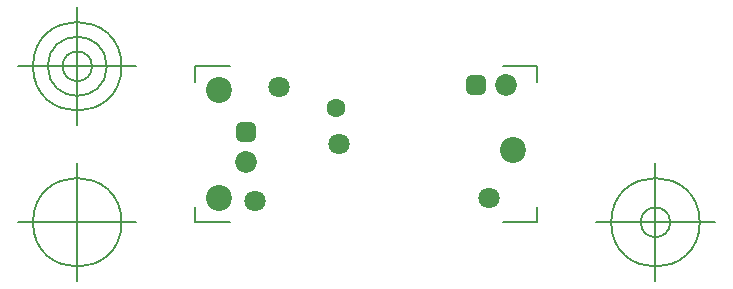
<source format=gbr>
G04 Generated by Ultiboard 14.0 *
%FSLAX34Y34*%
%MOMM*%

%ADD10C,0.0001*%
%ADD11C,0.1270*%
%ADD12C,1.6000*%
%ADD13C,1.8500*%
%ADD14R,0.7051X0.7051*%
%ADD15C,0.9949*%
%ADD16C,2.2000*%
%ADD17C,1.8000*%


G04 ColorRGB 9900CC for the following layer *
%LNSolder Mask Bottom*%
%LPD*%
G54D10*
G54D11*
X-12700Y873760D02*
X-12700Y886968D01*
X-12700Y873760D02*
X16256Y873760D01*
X276860Y873760D02*
X247904Y873760D01*
X276860Y873760D02*
X276860Y886968D01*
X276860Y1005840D02*
X276860Y992632D01*
X276860Y1005840D02*
X247904Y1005840D01*
X-12700Y1005840D02*
X16256Y1005840D01*
X-12700Y1005840D02*
X-12700Y992632D01*
X-62700Y873760D02*
X-162700Y873760D01*
X-112700Y823760D02*
X-112700Y923760D01*
X-150200Y873760D02*
G75*
D01*
G02X-150200Y873760I37500J0*
G01*
X326860Y873760D02*
X426860Y873760D01*
X376860Y823760D02*
X376860Y923760D01*
X339360Y873760D02*
G75*
D01*
G02X339360Y873760I37500J0*
G01*
X364360Y873760D02*
G75*
D01*
G02X364360Y873760I12500J0*
G01*
X-62700Y1005840D02*
X-162700Y1005840D01*
X-112700Y955840D02*
X-112700Y1055840D01*
X-150200Y1005840D02*
G75*
D01*
G02X-150200Y1005840I37500J0*
G01*
X-137700Y1005840D02*
G75*
D01*
G02X-137700Y1005840I25000J0*
G01*
X-125200Y1005840D02*
G75*
D01*
G02X-125200Y1005840I12500J0*
G01*
G54D12*
X106680Y970280D03*
G54D13*
X250400Y990000D03*
X30000Y924600D03*
G54D14*
X225000Y990000D03*
X30000Y950000D03*
G54D15*
X221475Y986475D02*
X228525Y986475D01*
X228525Y993525D01*
X221475Y993525D01*
X221475Y986475D01*D02*
X26475Y946475D02*
X33525Y946475D01*
X33525Y953525D01*
X26475Y953525D01*
X26475Y946475D01*D02*
G54D16*
X7620Y985520D03*
X7620Y894080D03*
X256540Y934720D03*
G54D17*
X58420Y988060D03*
X109220Y939800D03*
X38100Y891540D03*
X236220Y894080D03*

M02*

</source>
